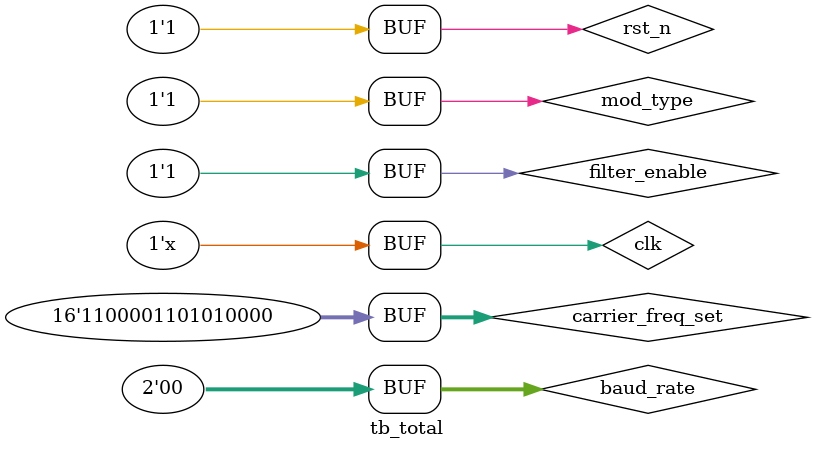
<source format=v>
module tb_total ();

// 产生时钟和reset信号
reg clk;
reg rst_n;
initial begin
    clk = 1'b0;
    rst_n = 1'b0;
    
    #1000
    rst_n = 1'b1;
end
// T = 90.421963133157191349149943124585 ns
always #45.210981566578595674574971562293 clk = ~clk; 

// 总配置信号
wire mod_type;
wire [1:0] baud_rate;
wire filter_enable;
wire [15:0] carrier_freq_set;
assign mod_type = 1'b1;
assign baud_rate = 2'b00; // 00 = 1200  01 = 2400  10 = 4800  11 = 9600
assign filter_enable = 1'b1;
assign carrier_freq_set = 16'd50_000;






// 产生时钟信号
wire clk_bitstream;     // 比特速率
wire clk_symbol;        // 符号速率
wire clk_filter_sample; // 滤波器(采样)频率
wire clk_analog_sample; // 载波(采样)频率

clk_gen clk_generate(
    .clk_in(clk),
    .rst_n(rst_n),
    .mod_type(mod_type),
    .baud_rate(baud_rate),
    .clk_bitstream(clk_bitstream),
    .clk_symbol(clk_symbol),
    .clk_filter_sample(clk_filter_sample),
    .clk_analog_sample(clk_analog_sample)
);

// 产生比特流
wire m_seq_out;
m_seq_gen bit_src(
    .clk(clk_bitstream),
    .rst_n(rst_n),
    .m_seq_out(m_seq_out)
);

// 串并转换
wire [3:0] parellel_output;
serial_to_parellel s2p_conv(
    .clk(clk_bitstream),
    .rst_n(rst_n),
    .mod_type(mod_type),
    .serial_input(m_seq_out),
    .parellel_output(parellel_output)
);

// 并行结果下采样
wire [3:0] parellel_output_downsamp;
defparam parellel_downsamp_u.WIDTH = 4;
defparam parellel_downsamp_u.SAMPLE_TYPE = 0;
samples parellel_downsamp_u(
    .clk(clk_symbol),
    .rst_n(rst_n),
    .data_in(parellel_output),
    .data_out(parellel_output_downsamp)
);

// 符号映射
wire [31:0] symb_i;
wire [31:0] symb_q;
constellation_map constellation_map_inst(
    .clk(clk_symbol),
    .rst_n(rst_n),
    .parellel_input(parellel_output_downsamp),
    .symbol_I(symb_i),
    .symbol_Q(symb_q)
);

// IQ符号上采样
wire [31:0] symb_i_upsamp;
defparam symb_i_upsamp_u.WIDTH = 32;
defparam symb_i_upsamp_u.SAMPLE_TYPE = 1;
samples symb_i_upsamp_u(
    .clk(clk_filter_sample),
    .rst_n(rst_n),
    .data_in(symb_i),
    .data_out(symb_i_upsamp)
);
wire [31:0] symb_q_upsamp;
defparam symb_q_upsamp_u.WIDTH = 32;
defparam symb_q_upsamp_u.SAMPLE_TYPE = 1;
samples symb_q_upsamp_u(
    .clk(clk_filter_sample),
    .rst_n(rst_n),
    .data_in(symb_q),
    .data_out(symb_q_upsamp)
);

// 成型滤波器
wire [67:0] filter_out_i;
wire [67:0] filter_out_q;
filter_top filter(
    .clk(clk_filter_sample),
    .rst_n(rst_n),
    .enable(filter_enable),
    .baud_rate(baud_rate),
    .filter_in_i(symb_i_upsamp),
    .filter_in_q(symb_q_upsamp),
    .filter_out_i(filter_out_i),
    .filter_out_q(filter_out_q)
);

// 滤波器结果上采样
wire [67:0] filter_out_i_upsamp;
defparam filter_out_i_upsamp_u.WIDTH = 68;
defparam filter_out_i_upsamp_u.SAMPLE_TYPE = 0;
samples filter_out_i_upsamp_u(
    .clk(clk_analog_sample),
    .rst_n(rst_n),
    .data_in(filter_out_i),
    .data_out(filter_out_i_upsamp)
);

wire [67:0] filter_out_q_upsamp;
defparam filter_out_q_upsamp_u.WIDTH = 68;
defparam filter_out_q_upsamp_u.SAMPLE_TYPE = 0;
samples filter_out_q_upsamp_u(
    .clk(clk_analog_sample),
    .rst_n(rst_n),
    .data_in(filter_out_q),
    .data_out(filter_out_q_upsamp)
);

// 载波生成
wire [31:0] carrier_i;
wire [31:0] carrier_q;
carrier_gen carrier_gen(
    .clk(clk_analog_sample),
    .rst_n(rst_n),
    .freq(carrier_freq_set),
    .carrier_i(carrier_i),
    .carrier_q(carrier_q)
);

// IQ调制
wire [76:0] mod_iq;
IQ_mod IQ_mod(
    .carrier_i(carrier_i),
    .carrier_q(carrier_q),
    .baseband_i(filter_out_i_upsamp),
    .baseband_q(filter_out_q_upsamp),
    .mod_iq(mod_iq)
);

endmodule

</source>
